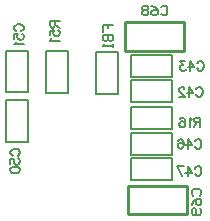
<source format=gbo>
%FSLAX25Y25*%
%MOIN*%
G70*
G01*
G75*
G04 Layer_Color=32896*
%ADD10C,0.01000*%
%ADD11R,0.04134X0.05512*%
%ADD12R,0.05512X0.04134*%
%ADD13R,0.04724X0.03150*%
%ADD14O,0.04724X0.03150*%
%ADD15R,0.04724X0.01969*%
%ADD16R,0.04724X0.01181*%
%ADD17R,0.01969X0.04724*%
%ADD18R,0.01181X0.04724*%
%ADD19R,0.05512X0.03937*%
%ADD20R,0.06102X0.08661*%
%ADD21R,0.08661X0.06102*%
%ADD22R,0.06102X0.02362*%
%ADD23R,0.02362X0.06102*%
%ADD24R,0.08268X0.14764*%
%ADD25R,0.09843X0.09055*%
%ADD26R,0.06000X0.10000*%
%ADD27O,0.06102X0.02362*%
%ADD28R,0.14764X0.08268*%
%ADD29R,0.10236X0.09449*%
%ADD30R,0.08661X0.05906*%
%ADD31R,0.05000X0.01000*%
%ADD32R,0.01000X0.05000*%
%ADD33O,0.05000X0.01000*%
%ADD34R,0.12402X0.06299*%
%ADD35R,0.02362X0.07874*%
%ADD36R,0.07087X0.06000*%
%ADD37R,0.03937X0.05512*%
%ADD38R,0.06299X0.12402*%
%ADD39R,0.09449X0.10236*%
%ADD40R,0.06000X0.07087*%
%ADD41R,0.06500X0.04500*%
%ADD42R,0.06500X0.11800*%
%ADD43O,0.03150X0.11811*%
%ADD44R,0.03150X0.11811*%
%ADD45R,0.03150X0.04724*%
%ADD46O,0.03150X0.04724*%
%ADD47R,0.01772X0.05709*%
%ADD48R,0.05709X0.01772*%
%ADD49R,0.04921X0.13386*%
%ADD50R,0.06299X0.10630*%
%ADD51R,0.10630X0.06299*%
%ADD52C,0.02000*%
%ADD53C,0.01500*%
%ADD54C,0.03000*%
%ADD55C,0.04000*%
%ADD56C,0.06000*%
%ADD57C,0.02500*%
%ADD58C,0.01200*%
%ADD59C,0.08000*%
%ADD60C,0.05000*%
%ADD61R,0.06900X0.16600*%
%ADD62R,0.12500X0.03400*%
%ADD63R,0.19600X0.16800*%
%ADD64R,0.27900X0.19600*%
%ADD65R,0.44300X0.27600*%
%ADD66R,0.18898X0.09449*%
%ADD67R,0.18898X0.09055*%
%ADD68R,0.10221X0.52362*%
%ADD69R,0.20331X0.12598*%
%ADD70R,0.45592X0.09289*%
%ADD71R,0.25590X0.20079*%
%ADD72R,0.22441X0.20254*%
%ADD73R,0.32677X0.11024*%
%ADD74R,0.36614X0.28346*%
%ADD75R,0.18504X0.62205*%
%ADD76R,0.13780X0.22835*%
%ADD77R,0.24900X0.11417*%
%ADD78R,0.30800X0.16605*%
%ADD79R,0.37402X0.13386*%
%ADD80R,0.14014X0.14161*%
%ADD81R,0.44488X0.16838*%
%ADD82R,0.14173X0.04724*%
%ADD83R,0.15354X0.16535*%
%ADD84R,0.19291X0.16142*%
%ADD85R,0.38976X0.14892*%
%ADD86R,0.15354X0.14098*%
%ADD87R,0.22300X0.17000*%
%ADD88R,0.69700X0.22200*%
%ADD89R,0.22200X0.18100*%
%ADD90R,0.20700X0.43400*%
%ADD91R,0.16900X0.61900*%
%ADD92R,0.17600X0.11100*%
%ADD93R,0.60400X0.28600*%
%ADD94R,0.06300X0.33500*%
%ADD95R,0.51100X0.18500*%
%ADD96R,0.17300X0.16200*%
%ADD97R,0.64800X0.19500*%
%ADD98R,0.54300X0.17300*%
%ADD99R,0.44100X0.21000*%
%ADD100R,0.22200X0.50300*%
%ADD101R,0.21200X0.51400*%
%ADD102R,0.42500X0.16300*%
%ADD103R,0.12300X0.11000*%
%ADD104R,0.36434X0.18432*%
%ADD105R,0.18200X0.09300*%
%ADD106R,0.30400X0.13200*%
%ADD107R,0.49910X0.31300*%
%ADD108C,0.03937*%
%ADD109C,0.05118*%
%ADD110O,0.05000X0.05906*%
%ADD111C,0.06000*%
%ADD112R,0.27559X0.26772*%
%ADD113R,0.09449X0.14961*%
%ADD114C,0.05906*%
%ADD115R,0.05906X0.05906*%
%ADD116C,0.06299*%
%ADD117O,0.05906X0.05000*%
%ADD118C,0.11811*%
%ADD119C,0.12598*%
%ADD120C,0.05000*%
%ADD121C,0.04724*%
%ADD122R,0.04724X0.04724*%
%ADD123C,0.09843*%
%ADD124R,0.08661X0.08661*%
%ADD125C,0.06200*%
%ADD126O,0.07874X0.05000*%
%ADD127R,0.06299X0.06299*%
%ADD128C,0.03000*%
%ADD129C,0.04000*%
%ADD130R,0.60400X0.13100*%
%ADD131C,0.00787*%
%ADD132C,0.00984*%
%ADD133C,0.02362*%
%ADD134C,0.01772*%
%ADD135C,0.01181*%
%ADD136C,0.00394*%
%ADD137C,0.00600*%
%ADD138C,0.00700*%
%ADD139C,0.00500*%
%ADD140C,0.00004*%
%ADD141C,0.00827*%
%ADD142C,0.00800*%
%ADD143C,0.00591*%
%ADD144C,0.00591*%
%ADD145R,1.14340X0.26480*%
%ADD146R,0.04934X0.06312*%
%ADD147R,0.06312X0.04934*%
%ADD148R,0.05524X0.03950*%
%ADD149O,0.05524X0.03950*%
%ADD150R,0.05524X0.02769*%
%ADD151R,0.05524X0.01981*%
%ADD152R,0.02769X0.05524*%
%ADD153R,0.01981X0.05524*%
%ADD154R,0.06312X0.04737*%
%ADD155R,0.06902X0.09461*%
%ADD156R,0.09461X0.06902*%
%ADD157R,0.06902X0.03162*%
%ADD158R,0.03162X0.06902*%
%ADD159R,0.09068X0.15564*%
%ADD160R,0.10642X0.09855*%
%ADD161R,0.06800X0.10800*%
%ADD162O,0.06902X0.03162*%
%ADD163R,0.15564X0.09068*%
%ADD164R,0.11036X0.10249*%
%ADD165R,0.09461X0.06706*%
%ADD166R,0.05800X0.01800*%
%ADD167R,0.01800X0.05800*%
%ADD168O,0.05800X0.01800*%
%ADD169R,0.13202X0.07099*%
%ADD170R,0.03162X0.08674*%
%ADD171R,0.07887X0.06800*%
%ADD172R,0.04737X0.06312*%
%ADD173R,0.07099X0.13202*%
%ADD174R,0.10249X0.11036*%
%ADD175R,0.06800X0.07887*%
%ADD176R,0.07300X0.05300*%
%ADD177R,0.07300X0.12600*%
%ADD178O,0.03950X0.12611*%
%ADD179R,0.03950X0.12611*%
%ADD180R,0.03950X0.05524*%
%ADD181O,0.03950X0.05524*%
%ADD182R,0.02572X0.06509*%
%ADD183R,0.06509X0.02572*%
%ADD184R,0.05721X0.14186*%
%ADD185R,0.07099X0.11430*%
%ADD186R,0.11430X0.07099*%
%ADD187C,0.04737*%
%ADD188C,0.05918*%
%ADD189O,0.05800X0.06706*%
%ADD190C,0.06800*%
%ADD191R,0.28359X0.27572*%
%ADD192R,0.10249X0.15761*%
%ADD193C,0.06706*%
%ADD194R,0.06706X0.06706*%
%ADD195C,0.07099*%
%ADD196C,0.11811*%
%ADD197O,0.06706X0.05800*%
%ADD198C,0.12611*%
%ADD199C,0.13398*%
%ADD200C,0.05800*%
%ADD201C,0.05524*%
%ADD202R,0.05524X0.05524*%
%ADD203C,0.10642*%
%ADD204R,0.09461X0.09461*%
%ADD205C,0.07000*%
%ADD206O,0.08674X0.05800*%
%ADD207R,0.07099X0.07099*%
%ADD208C,0.03800*%
%ADD209C,0.04800*%
G54D10*
X306742Y286023D02*
Y295276D01*
X286959Y285827D02*
X306742D01*
Y286023D02*
Y295276D01*
X288965D02*
X306742D01*
X286959Y286082D02*
Y295276D01*
X288965D01*
X288008Y231276D02*
Y240529D01*
Y240724D02*
X307792D01*
X288008Y231276D02*
Y240529D01*
Y231276D02*
X305786D01*
X307792D02*
Y240470D01*
X305786Y231276D02*
X307792D01*
G54D138*
X268113Y271784D02*
Y285563D01*
X260632Y271784D02*
X268113D01*
X260632D02*
Y285563D01*
X268113D01*
X289083Y259524D02*
X302862D01*
X289083D02*
Y267004D01*
X302862D01*
Y259524D02*
Y267004D01*
X277362Y285236D02*
X284842D01*
X277362Y271457D02*
Y285236D01*
Y271457D02*
X284842D01*
Y285236D01*
X247452Y285753D02*
X254933D01*
X247452Y271974D02*
Y285753D01*
Y271974D02*
X254933D01*
Y285753D01*
X247452Y255474D02*
Y269253D01*
X254933D01*
Y255474D02*
Y269253D01*
X247452Y255474D02*
X254933D01*
X289083Y242524D02*
Y250004D01*
Y242524D02*
X302862D01*
Y250004D01*
X289083D02*
X302862D01*
X289083Y258504D02*
X302862D01*
Y251024D02*
Y258504D01*
X289083Y251024D02*
X302862D01*
X289083D02*
Y258504D01*
Y284504D02*
X302862D01*
Y277024D02*
Y284504D01*
X289083Y277024D02*
X302862D01*
X289083D02*
Y284504D01*
X302862Y268524D02*
Y276004D01*
X289083D02*
X302862D01*
X289083Y268524D02*
Y276004D01*
Y268524D02*
X302862D01*
G54D143*
X309843Y237444D02*
X309318Y237969D01*
Y239019D01*
X309843Y239543D01*
X311942D01*
X312467Y239019D01*
Y237969D01*
X311942Y237444D01*
X309318Y234296D02*
X309843Y235345D01*
X310893Y236395D01*
X311942D01*
X312467Y235870D01*
Y234820D01*
X311942Y234296D01*
X311417D01*
X310893Y234820D01*
Y236395D01*
X311942Y233246D02*
X312467Y232721D01*
Y231672D01*
X311942Y231147D01*
X309843D01*
X309318Y231672D01*
Y232721D01*
X309843Y233246D01*
X310368D01*
X310893Y232721D01*
Y231147D01*
X299082Y300262D02*
X299607Y300786D01*
X300656D01*
X301181Y300262D01*
Y298163D01*
X300656Y297638D01*
X299607D01*
X299082Y298163D01*
X295934Y300786D02*
X296983Y300262D01*
X298032Y299212D01*
Y298163D01*
X297508Y297638D01*
X296458D01*
X295934Y298163D01*
Y298687D01*
X296458Y299212D01*
X298032D01*
X294884Y300262D02*
X294359Y300786D01*
X293310D01*
X292785Y300262D01*
Y299737D01*
X293310Y299212D01*
X292785Y298687D01*
Y298163D01*
X293310Y297638D01*
X294359D01*
X294884Y298163D01*
Y298687D01*
X294359Y299212D01*
X294884Y299737D01*
Y300262D01*
X294359Y299212D02*
X293310D01*
X262123Y295534D02*
X265272D01*
X262123D02*
Y294184D01*
X262274Y293734D01*
X262423Y293584D01*
X262723Y293435D01*
X263023D01*
X263323Y293584D01*
X263473Y293734D01*
X263623Y294184D01*
Y295534D01*
Y294484D02*
X265272Y293435D01*
X262123Y290930D02*
Y292430D01*
X263473Y292580D01*
X263323Y292430D01*
X263173Y291980D01*
Y291530D01*
X263323Y291080D01*
X263623Y290780D01*
X264073Y290630D01*
X264373D01*
X264823Y290780D01*
X265123Y291080D01*
X265272Y291530D01*
Y291980D01*
X265123Y292430D01*
X264973Y292580D01*
X264673Y292730D01*
X262723Y289926D02*
X262573Y289626D01*
X262123Y289176D01*
X265272D01*
X312205Y263385D02*
Y260236D01*
Y263385D02*
X310855D01*
X310405Y263235D01*
X310255Y263085D01*
X310105Y262785D01*
Y262485D01*
X310255Y262186D01*
X310405Y262036D01*
X310855Y261886D01*
X312205D01*
X311155D02*
X310105Y260236D01*
X309401Y262785D02*
X309101Y262935D01*
X308651Y263385D01*
Y260236D01*
X305292Y262935D02*
X305442Y263235D01*
X305892Y263385D01*
X306192D01*
X306642Y263235D01*
X306942Y262785D01*
X307091Y262036D01*
Y261286D01*
X306942Y260686D01*
X306642Y260386D01*
X306192Y260236D01*
X306042D01*
X305592Y260386D01*
X305292Y260686D01*
X305142Y261136D01*
Y261286D01*
X305292Y261736D01*
X305592Y262036D01*
X306042Y262186D01*
X306192D01*
X306642Y262036D01*
X306942Y261736D01*
X307091Y261286D01*
X279844Y292137D02*
Y294236D01*
X281418D01*
Y293187D01*
Y294236D01*
X282992D01*
X279844Y291088D02*
X282992D01*
Y289514D01*
X282468Y288989D01*
X281943D01*
X281418Y289514D01*
Y291088D01*
Y289514D01*
X280893Y288989D01*
X280368D01*
X279844Y289514D01*
Y291088D01*
X282992Y287939D02*
Y286890D01*
Y287415D01*
X279844D01*
X280368Y287939D01*
X250923Y292374D02*
X250623Y292525D01*
X250324Y292824D01*
X250173Y293124D01*
Y293724D01*
X250324Y294024D01*
X250623Y294324D01*
X250923Y294474D01*
X251373Y294624D01*
X252123D01*
X252573Y294474D01*
X252873Y294324D01*
X253172Y294024D01*
X253322Y293724D01*
Y293124D01*
X253172Y292824D01*
X252873Y292525D01*
X252573Y292374D01*
X250173Y289690D02*
Y291190D01*
X251523Y291340D01*
X251373Y291190D01*
X251223Y290740D01*
Y290290D01*
X251373Y289840D01*
X251673Y289541D01*
X252123Y289390D01*
X252423D01*
X252873Y289541D01*
X253172Y289840D01*
X253322Y290290D01*
Y290740D01*
X253172Y291190D01*
X253023Y291340D01*
X252723Y291490D01*
X250773Y288686D02*
X250623Y288386D01*
X250173Y287936D01*
X253322D01*
X249663Y250815D02*
X249363Y250964D01*
X249063Y251264D01*
X248914Y251564D01*
Y252164D01*
X249063Y252464D01*
X249363Y252764D01*
X249663Y252914D01*
X250113Y253064D01*
X250863D01*
X251313Y252914D01*
X251613Y252764D01*
X251912Y252464D01*
X252062Y252164D01*
Y251564D01*
X251912Y251264D01*
X251613Y250964D01*
X251313Y250815D01*
X248914Y248130D02*
Y249630D01*
X250263Y249780D01*
X250113Y249630D01*
X249963Y249180D01*
Y248730D01*
X250113Y248280D01*
X250413Y247980D01*
X250863Y247831D01*
X251163D01*
X251613Y247980D01*
X251912Y248280D01*
X252062Y248730D01*
Y249180D01*
X251912Y249630D01*
X251763Y249780D01*
X251463Y249930D01*
X248914Y246226D02*
X249063Y246676D01*
X249513Y246976D01*
X250263Y247126D01*
X250713D01*
X251463Y246976D01*
X251912Y246676D01*
X252062Y246226D01*
Y245926D01*
X251912Y245476D01*
X251463Y245176D01*
X250713Y245026D01*
X250263D01*
X249513Y245176D01*
X249063Y245476D01*
X248914Y245926D01*
Y246226D01*
X310349Y246494D02*
X310499Y246794D01*
X310799Y247094D01*
X311099Y247243D01*
X311699D01*
X311999Y247094D01*
X312298Y246794D01*
X312449Y246494D01*
X312598Y246044D01*
Y245294D01*
X312449Y244844D01*
X312298Y244544D01*
X311999Y244244D01*
X311699Y244094D01*
X311099D01*
X310799Y244244D01*
X310499Y244544D01*
X310349Y244844D01*
X307965Y247243D02*
X309465Y245144D01*
X307215D01*
X307965Y247243D02*
Y244094D01*
X304561Y247243D02*
X306061Y244094D01*
X306660Y247243D02*
X304561D01*
X310349Y255549D02*
X310499Y255849D01*
X310799Y256149D01*
X311099Y256298D01*
X311699D01*
X311999Y256149D01*
X312298Y255849D01*
X312449Y255549D01*
X312598Y255099D01*
Y254349D01*
X312449Y253899D01*
X312298Y253599D01*
X311999Y253299D01*
X311699Y253150D01*
X311099D01*
X310799Y253299D01*
X310499Y253599D01*
X310349Y253899D01*
X307965Y256298D02*
X309465Y254199D01*
X307215D01*
X307965Y256298D02*
Y253150D01*
X304861Y255849D02*
X305011Y256149D01*
X305461Y256298D01*
X305761D01*
X306211Y256149D01*
X306510Y255699D01*
X306660Y254949D01*
Y254199D01*
X306510Y253599D01*
X306211Y253299D01*
X305761Y253150D01*
X305611D01*
X305161Y253299D01*
X304861Y253599D01*
X304711Y254049D01*
Y254199D01*
X304861Y254649D01*
X305161Y254949D01*
X305611Y255099D01*
X305761D01*
X306211Y254949D01*
X306510Y254649D01*
X306660Y254199D01*
X311137Y281533D02*
X311287Y281833D01*
X311586Y282133D01*
X311886Y282283D01*
X312486D01*
X312786Y282133D01*
X313086Y281833D01*
X313236Y281533D01*
X313386Y281083D01*
Y280333D01*
X313236Y279884D01*
X313086Y279584D01*
X312786Y279284D01*
X312486Y279134D01*
X311886D01*
X311586Y279284D01*
X311287Y279584D01*
X311137Y279884D01*
X308752Y282283D02*
X310252Y280184D01*
X308003D01*
X308752Y282283D02*
Y279134D01*
X307148Y282283D02*
X305499D01*
X306398Y281083D01*
X305948D01*
X305648Y280933D01*
X305499Y280783D01*
X305349Y280333D01*
Y280033D01*
X305499Y279584D01*
X305798Y279284D01*
X306248Y279134D01*
X306698D01*
X307148Y279284D01*
X307298Y279434D01*
X307448Y279734D01*
X310743Y272872D02*
X310893Y273171D01*
X311193Y273471D01*
X311493Y273621D01*
X312092D01*
X312392Y273471D01*
X312692Y273171D01*
X312842Y272872D01*
X312992Y272422D01*
Y271672D01*
X312842Y271222D01*
X312692Y270922D01*
X312392Y270622D01*
X312092Y270472D01*
X311493D01*
X311193Y270622D01*
X310893Y270922D01*
X310743Y271222D01*
X308359Y273621D02*
X309858Y271522D01*
X307609D01*
X308359Y273621D02*
Y270472D01*
X306904Y272872D02*
Y273022D01*
X306754Y273322D01*
X306604Y273471D01*
X306304Y273621D01*
X305705D01*
X305405Y273471D01*
X305255Y273322D01*
X305105Y273022D01*
Y272722D01*
X305255Y272422D01*
X305555Y271972D01*
X307054Y270472D01*
X304955D01*
M02*

</source>
